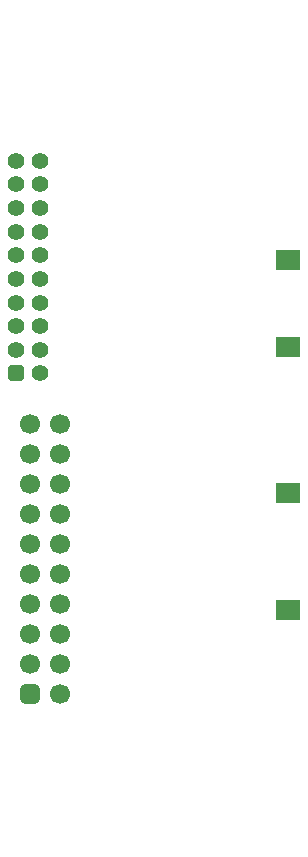
<source format=gbs>
G04*
G04 #@! TF.GenerationSoftware,Altium Limited,Altium Designer,23.3.1 (30)*
G04*
G04 Layer_Color=16711935*
%FSLAX44Y44*%
%MOMM*%
G71*
G04*
G04 #@! TF.SameCoordinates,73034098-7AF1-4D24-A32C-B869409C610D*
G04*
G04*
G04 #@! TF.FilePolarity,Negative*
G04*
G01*
G75*
%ADD28R,2.1000X1.8000*%
%ADD29C,1.4000*%
G04:AMPARAMS|DCode=30|XSize=1.4mm|YSize=1.4mm|CornerRadius=0.375mm|HoleSize=0mm|Usage=FLASHONLY|Rotation=90.000|XOffset=0mm|YOffset=0mm|HoleType=Round|Shape=RoundedRectangle|*
%AMROUNDEDRECTD30*
21,1,1.4000,0.6500,0,0,90.0*
21,1,0.6500,1.4000,0,0,90.0*
1,1,0.7500,0.3250,0.3250*
1,1,0.7500,0.3250,-0.3250*
1,1,0.7500,-0.3250,-0.3250*
1,1,0.7500,-0.3250,0.3250*
%
%ADD30ROUNDEDRECTD30*%
%ADD31C,0.1000*%
%ADD32C,1.7000*%
G04:AMPARAMS|DCode=33|XSize=1.7mm|YSize=1.7mm|CornerRadius=0.45mm|HoleSize=0mm|Usage=FLASHONLY|Rotation=90.000|XOffset=0mm|YOffset=0mm|HoleType=Round|Shape=RoundedRectangle|*
%AMROUNDEDRECTD33*
21,1,1.7000,0.8000,0,0,90.0*
21,1,0.8000,1.7000,0,0,90.0*
1,1,0.9000,0.4000,0.4000*
1,1,0.9000,0.4000,-0.4000*
1,1,0.9000,-0.4000,-0.4000*
1,1,0.9000,-0.4000,0.4000*
%
%ADD33ROUNDEDRECTD33*%
D28*
X268000Y527500D02*
D03*
Y231250D02*
D03*
Y454000D02*
D03*
Y330000D02*
D03*
D29*
X37800Y471650D02*
D03*
X57800Y451650D02*
D03*
Y611650D02*
D03*
X37800D02*
D03*
X57800Y591650D02*
D03*
X37800D02*
D03*
X57800Y571650D02*
D03*
X37800D02*
D03*
X57800Y551650D02*
D03*
X37800D02*
D03*
X57800Y531650D02*
D03*
X37800D02*
D03*
X57800Y511650D02*
D03*
X37800D02*
D03*
X57800Y491650D02*
D03*
X37800D02*
D03*
X57800Y471650D02*
D03*
X37800Y451650D02*
D03*
X57800Y431650D02*
D03*
D30*
X37800D02*
D03*
D31*
X260000Y730000D02*
D03*
Y40000D02*
D03*
X47500Y730000D02*
D03*
Y40000D02*
D03*
D32*
X74400Y160000D02*
D03*
X49000Y185400D02*
D03*
X74400D02*
D03*
X49000Y210800D02*
D03*
X74400D02*
D03*
X49000Y236200D02*
D03*
X74400D02*
D03*
X49000Y261600D02*
D03*
X74400D02*
D03*
X49000Y287000D02*
D03*
X74400D02*
D03*
X49000Y312400D02*
D03*
X74400D02*
D03*
X49000Y337800D02*
D03*
X74400D02*
D03*
X49000Y363200D02*
D03*
X74400D02*
D03*
X49000Y388600D02*
D03*
X74400D02*
D03*
D33*
X49000Y160000D02*
D03*
M02*

</source>
